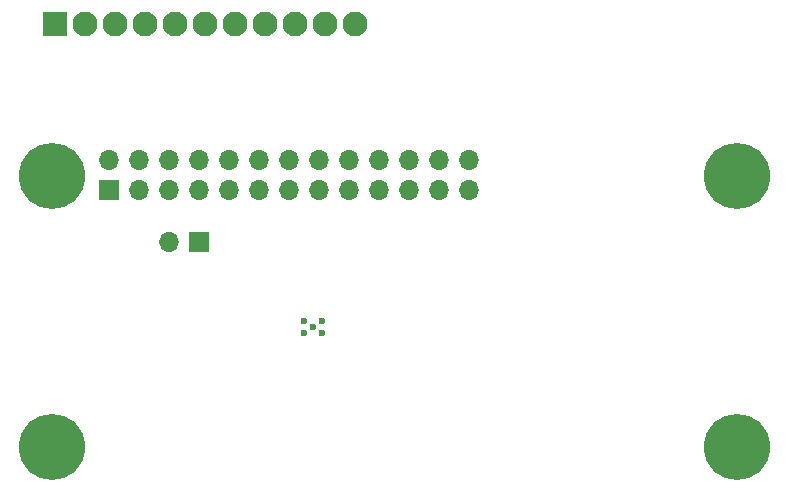
<source format=gbr>
G04 #@! TF.GenerationSoftware,KiCad,Pcbnew,5.1.10*
G04 #@! TF.CreationDate,2021-10-23T19:52:43-07:00*
G04 #@! TF.ProjectId,sticky_pi_hat,73746963-6b79-45f7-9069-5f6861742e6b,rev?*
G04 #@! TF.SameCoordinates,Original*
G04 #@! TF.FileFunction,Soldermask,Bot*
G04 #@! TF.FilePolarity,Negative*
%FSLAX46Y46*%
G04 Gerber Fmt 4.6, Leading zero omitted, Abs format (unit mm)*
G04 Created by KiCad (PCBNEW 5.1.10) date 2021-10-23 19:52:43*
%MOMM*%
%LPD*%
G01*
G04 APERTURE LIST*
%ADD10C,5.600000*%
%ADD11O,1.700000X1.700000*%
%ADD12R,1.700000X1.700000*%
%ADD13C,0.600000*%
%ADD14C,2.100000*%
%ADD15R,2.100000X2.100000*%
G04 APERTURE END LIST*
D10*
X172005200Y-125997000D03*
X172005200Y-102997000D03*
X114005200Y-125997000D03*
X114005200Y-102997000D03*
D11*
X149350000Y-101710000D03*
X149350000Y-104250000D03*
X146810000Y-101710000D03*
X146810000Y-104250000D03*
X144270000Y-101710000D03*
X144270000Y-104250000D03*
X141730000Y-101710000D03*
X141730000Y-104250000D03*
X139190000Y-101710000D03*
X139190000Y-104250000D03*
X136650000Y-101710000D03*
X136650000Y-104250000D03*
X134110000Y-101710000D03*
X134110000Y-104250000D03*
X131570000Y-101710000D03*
X131570000Y-104250000D03*
X129030000Y-101710000D03*
X129030000Y-104250000D03*
X126490000Y-101710000D03*
X126490000Y-104250000D03*
X123950000Y-101710000D03*
X123950000Y-104250000D03*
X121410000Y-101710000D03*
X121410000Y-104250000D03*
X118870000Y-101710000D03*
D12*
X118870000Y-104250000D03*
D11*
X123901200Y-108661200D03*
D12*
X126441200Y-108661200D03*
D13*
X135394000Y-115324000D03*
X136894000Y-115324000D03*
X136894000Y-116324000D03*
X136144000Y-115824000D03*
X135394000Y-116324000D03*
D14*
X139700000Y-90170000D03*
X137160000Y-90170000D03*
X134620000Y-90170000D03*
X132080000Y-90170000D03*
X129540000Y-90170000D03*
X127000000Y-90170000D03*
X124460000Y-90170000D03*
X121920000Y-90170000D03*
X119380000Y-90170000D03*
X116840000Y-90170000D03*
D15*
X114300000Y-90170000D03*
M02*

</source>
